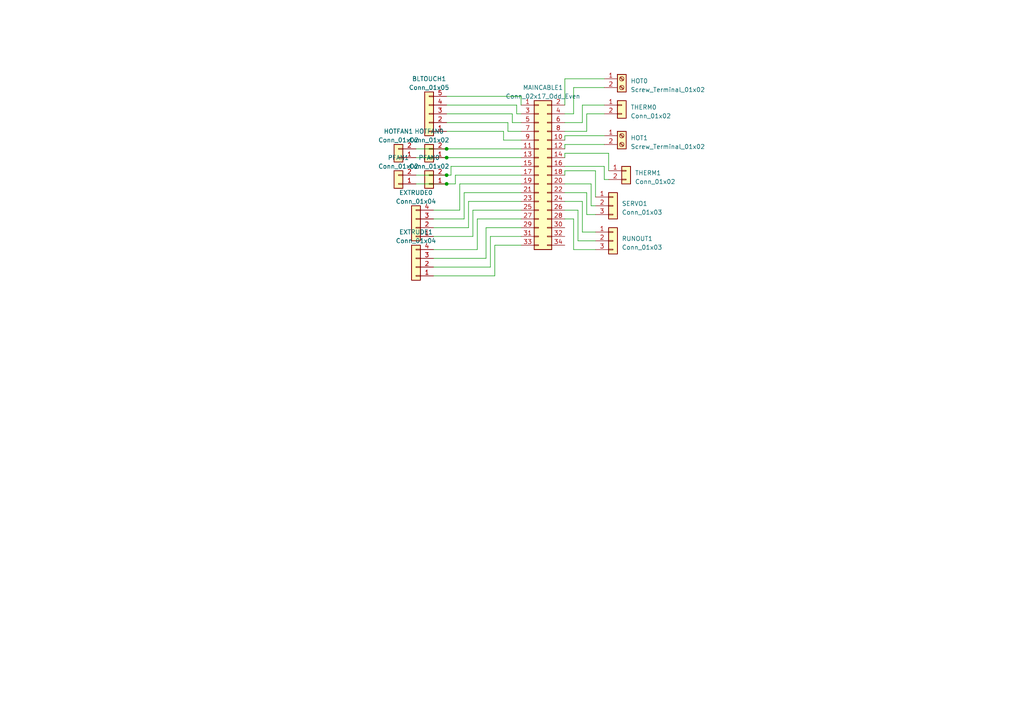
<source format=kicad_sch>
(kicad_sch (version 20230121) (generator eeschema)

  (uuid 60c5b49a-ff29-4134-9d4b-a077d4fd4c66)

  (paper "A4")

  (lib_symbols
    (symbol "Connector:Screw_Terminal_01x02" (pin_names (offset 1.016) hide) (in_bom yes) (on_board yes)
      (property "Reference" "J" (at 0 2.54 0)
        (effects (font (size 1.27 1.27)))
      )
      (property "Value" "Screw_Terminal_01x02" (at 0 -5.08 0)
        (effects (font (size 1.27 1.27)))
      )
      (property "Footprint" "" (at 0 0 0)
        (effects (font (size 1.27 1.27)) hide)
      )
      (property "Datasheet" "~" (at 0 0 0)
        (effects (font (size 1.27 1.27)) hide)
      )
      (property "ki_keywords" "screw terminal" (at 0 0 0)
        (effects (font (size 1.27 1.27)) hide)
      )
      (property "ki_description" "Generic screw terminal, single row, 01x02, script generated (kicad-library-utils/schlib/autogen/connector/)" (at 0 0 0)
        (effects (font (size 1.27 1.27)) hide)
      )
      (property "ki_fp_filters" "TerminalBlock*:*" (at 0 0 0)
        (effects (font (size 1.27 1.27)) hide)
      )
      (symbol "Screw_Terminal_01x02_1_1"
        (rectangle (start -1.27 1.27) (end 1.27 -3.81)
          (stroke (width 0.254) (type default))
          (fill (type background))
        )
        (circle (center 0 -2.54) (radius 0.635)
          (stroke (width 0.1524) (type default))
          (fill (type none))
        )
        (polyline
          (pts
            (xy -0.5334 -2.2098)
            (xy 0.3302 -3.048)
          )
          (stroke (width 0.1524) (type default))
          (fill (type none))
        )
        (polyline
          (pts
            (xy -0.5334 0.3302)
            (xy 0.3302 -0.508)
          )
          (stroke (width 0.1524) (type default))
          (fill (type none))
        )
        (polyline
          (pts
            (xy -0.3556 -2.032)
            (xy 0.508 -2.8702)
          )
          (stroke (width 0.1524) (type default))
          (fill (type none))
        )
        (polyline
          (pts
            (xy -0.3556 0.508)
            (xy 0.508 -0.3302)
          )
          (stroke (width 0.1524) (type default))
          (fill (type none))
        )
        (circle (center 0 0) (radius 0.635)
          (stroke (width 0.1524) (type default))
          (fill (type none))
        )
        (pin passive line (at -5.08 0 0) (length 3.81)
          (name "Pin_1" (effects (font (size 1.27 1.27))))
          (number "1" (effects (font (size 1.27 1.27))))
        )
        (pin passive line (at -5.08 -2.54 0) (length 3.81)
          (name "Pin_2" (effects (font (size 1.27 1.27))))
          (number "2" (effects (font (size 1.27 1.27))))
        )
      )
    )
    (symbol "Connector_Generic:Conn_01x02" (pin_names (offset 1.016) hide) (in_bom yes) (on_board yes)
      (property "Reference" "J" (at 0 2.54 0)
        (effects (font (size 1.27 1.27)))
      )
      (property "Value" "Conn_01x02" (at 0 -5.08 0)
        (effects (font (size 1.27 1.27)))
      )
      (property "Footprint" "" (at 0 0 0)
        (effects (font (size 1.27 1.27)) hide)
      )
      (property "Datasheet" "~" (at 0 0 0)
        (effects (font (size 1.27 1.27)) hide)
      )
      (property "ki_keywords" "connector" (at 0 0 0)
        (effects (font (size 1.27 1.27)) hide)
      )
      (property "ki_description" "Generic connector, single row, 01x02, script generated (kicad-library-utils/schlib/autogen/connector/)" (at 0 0 0)
        (effects (font (size 1.27 1.27)) hide)
      )
      (property "ki_fp_filters" "Connector*:*_1x??_*" (at 0 0 0)
        (effects (font (size 1.27 1.27)) hide)
      )
      (symbol "Conn_01x02_1_1"
        (rectangle (start -1.27 -2.413) (end 0 -2.667)
          (stroke (width 0.1524) (type default))
          (fill (type none))
        )
        (rectangle (start -1.27 0.127) (end 0 -0.127)
          (stroke (width 0.1524) (type default))
          (fill (type none))
        )
        (rectangle (start -1.27 1.27) (end 1.27 -3.81)
          (stroke (width 0.254) (type default))
          (fill (type background))
        )
        (pin passive line (at -5.08 0 0) (length 3.81)
          (name "Pin_1" (effects (font (size 1.27 1.27))))
          (number "1" (effects (font (size 1.27 1.27))))
        )
        (pin passive line (at -5.08 -2.54 0) (length 3.81)
          (name "Pin_2" (effects (font (size 1.27 1.27))))
          (number "2" (effects (font (size 1.27 1.27))))
        )
      )
    )
    (symbol "Connector_Generic:Conn_01x03" (pin_names (offset 1.016) hide) (in_bom yes) (on_board yes)
      (property "Reference" "J" (at 0 5.08 0)
        (effects (font (size 1.27 1.27)))
      )
      (property "Value" "Conn_01x03" (at 0 -5.08 0)
        (effects (font (size 1.27 1.27)))
      )
      (property "Footprint" "" (at 0 0 0)
        (effects (font (size 1.27 1.27)) hide)
      )
      (property "Datasheet" "~" (at 0 0 0)
        (effects (font (size 1.27 1.27)) hide)
      )
      (property "ki_keywords" "connector" (at 0 0 0)
        (effects (font (size 1.27 1.27)) hide)
      )
      (property "ki_description" "Generic connector, single row, 01x03, script generated (kicad-library-utils/schlib/autogen/connector/)" (at 0 0 0)
        (effects (font (size 1.27 1.27)) hide)
      )
      (property "ki_fp_filters" "Connector*:*_1x??_*" (at 0 0 0)
        (effects (font (size 1.27 1.27)) hide)
      )
      (symbol "Conn_01x03_1_1"
        (rectangle (start -1.27 -2.413) (end 0 -2.667)
          (stroke (width 0.1524) (type default))
          (fill (type none))
        )
        (rectangle (start -1.27 0.127) (end 0 -0.127)
          (stroke (width 0.1524) (type default))
          (fill (type none))
        )
        (rectangle (start -1.27 2.667) (end 0 2.413)
          (stroke (width 0.1524) (type default))
          (fill (type none))
        )
        (rectangle (start -1.27 3.81) (end 1.27 -3.81)
          (stroke (width 0.254) (type default))
          (fill (type background))
        )
        (pin passive line (at -5.08 2.54 0) (length 3.81)
          (name "Pin_1" (effects (font (size 1.27 1.27))))
          (number "1" (effects (font (size 1.27 1.27))))
        )
        (pin passive line (at -5.08 0 0) (length 3.81)
          (name "Pin_2" (effects (font (size 1.27 1.27))))
          (number "2" (effects (font (size 1.27 1.27))))
        )
        (pin passive line (at -5.08 -2.54 0) (length 3.81)
          (name "Pin_3" (effects (font (size 1.27 1.27))))
          (number "3" (effects (font (size 1.27 1.27))))
        )
      )
    )
    (symbol "Connector_Generic:Conn_01x04" (pin_names (offset 1.016) hide) (in_bom yes) (on_board yes)
      (property "Reference" "J" (at 0 5.08 0)
        (effects (font (size 1.27 1.27)))
      )
      (property "Value" "Conn_01x04" (at 0 -7.62 0)
        (effects (font (size 1.27 1.27)))
      )
      (property "Footprint" "" (at 0 0 0)
        (effects (font (size 1.27 1.27)) hide)
      )
      (property "Datasheet" "~" (at 0 0 0)
        (effects (font (size 1.27 1.27)) hide)
      )
      (property "ki_keywords" "connector" (at 0 0 0)
        (effects (font (size 1.27 1.27)) hide)
      )
      (property "ki_description" "Generic connector, single row, 01x04, script generated (kicad-library-utils/schlib/autogen/connector/)" (at 0 0 0)
        (effects (font (size 1.27 1.27)) hide)
      )
      (property "ki_fp_filters" "Connector*:*_1x??_*" (at 0 0 0)
        (effects (font (size 1.27 1.27)) hide)
      )
      (symbol "Conn_01x04_1_1"
        (rectangle (start -1.27 -4.953) (end 0 -5.207)
          (stroke (width 0.1524) (type default))
          (fill (type none))
        )
        (rectangle (start -1.27 -2.413) (end 0 -2.667)
          (stroke (width 0.1524) (type default))
          (fill (type none))
        )
        (rectangle (start -1.27 0.127) (end 0 -0.127)
          (stroke (width 0.1524) (type default))
          (fill (type none))
        )
        (rectangle (start -1.27 2.667) (end 0 2.413)
          (stroke (width 0.1524) (type default))
          (fill (type none))
        )
        (rectangle (start -1.27 3.81) (end 1.27 -6.35)
          (stroke (width 0.254) (type default))
          (fill (type background))
        )
        (pin passive line (at -5.08 2.54 0) (length 3.81)
          (name "Pin_1" (effects (font (size 1.27 1.27))))
          (number "1" (effects (font (size 1.27 1.27))))
        )
        (pin passive line (at -5.08 0 0) (length 3.81)
          (name "Pin_2" (effects (font (size 1.27 1.27))))
          (number "2" (effects (font (size 1.27 1.27))))
        )
        (pin passive line (at -5.08 -2.54 0) (length 3.81)
          (name "Pin_3" (effects (font (size 1.27 1.27))))
          (number "3" (effects (font (size 1.27 1.27))))
        )
        (pin passive line (at -5.08 -5.08 0) (length 3.81)
          (name "Pin_4" (effects (font (size 1.27 1.27))))
          (number "4" (effects (font (size 1.27 1.27))))
        )
      )
    )
    (symbol "Connector_Generic:Conn_01x05" (pin_names (offset 1.016) hide) (in_bom yes) (on_board yes)
      (property "Reference" "J" (at 0 7.62 0)
        (effects (font (size 1.27 1.27)))
      )
      (property "Value" "Conn_01x05" (at 0 -7.62 0)
        (effects (font (size 1.27 1.27)))
      )
      (property "Footprint" "" (at 0 0 0)
        (effects (font (size 1.27 1.27)) hide)
      )
      (property "Datasheet" "~" (at 0 0 0)
        (effects (font (size 1.27 1.27)) hide)
      )
      (property "ki_keywords" "connector" (at 0 0 0)
        (effects (font (size 1.27 1.27)) hide)
      )
      (property "ki_description" "Generic connector, single row, 01x05, script generated (kicad-library-utils/schlib/autogen/connector/)" (at 0 0 0)
        (effects (font (size 1.27 1.27)) hide)
      )
      (property "ki_fp_filters" "Connector*:*_1x??_*" (at 0 0 0)
        (effects (font (size 1.27 1.27)) hide)
      )
      (symbol "Conn_01x05_1_1"
        (rectangle (start -1.27 -4.953) (end 0 -5.207)
          (stroke (width 0.1524) (type default))
          (fill (type none))
        )
        (rectangle (start -1.27 -2.413) (end 0 -2.667)
          (stroke (width 0.1524) (type default))
          (fill (type none))
        )
        (rectangle (start -1.27 0.127) (end 0 -0.127)
          (stroke (width 0.1524) (type default))
          (fill (type none))
        )
        (rectangle (start -1.27 2.667) (end 0 2.413)
          (stroke (width 0.1524) (type default))
          (fill (type none))
        )
        (rectangle (start -1.27 5.207) (end 0 4.953)
          (stroke (width 0.1524) (type default))
          (fill (type none))
        )
        (rectangle (start -1.27 6.35) (end 1.27 -6.35)
          (stroke (width 0.254) (type default))
          (fill (type background))
        )
        (pin passive line (at -5.08 5.08 0) (length 3.81)
          (name "Pin_1" (effects (font (size 1.27 1.27))))
          (number "1" (effects (font (size 1.27 1.27))))
        )
        (pin passive line (at -5.08 2.54 0) (length 3.81)
          (name "Pin_2" (effects (font (size 1.27 1.27))))
          (number "2" (effects (font (size 1.27 1.27))))
        )
        (pin passive line (at -5.08 0 0) (length 3.81)
          (name "Pin_3" (effects (font (size 1.27 1.27))))
          (number "3" (effects (font (size 1.27 1.27))))
        )
        (pin passive line (at -5.08 -2.54 0) (length 3.81)
          (name "Pin_4" (effects (font (size 1.27 1.27))))
          (number "4" (effects (font (size 1.27 1.27))))
        )
        (pin passive line (at -5.08 -5.08 0) (length 3.81)
          (name "Pin_5" (effects (font (size 1.27 1.27))))
          (number "5" (effects (font (size 1.27 1.27))))
        )
      )
    )
    (symbol "Connector_Generic:Conn_02x17_Odd_Even" (pin_names (offset 1.016) hide) (in_bom yes) (on_board yes)
      (property "Reference" "J" (at 1.27 22.86 0)
        (effects (font (size 1.27 1.27)))
      )
      (property "Value" "Conn_02x17_Odd_Even" (at 1.27 -22.86 0)
        (effects (font (size 1.27 1.27)))
      )
      (property "Footprint" "" (at 0 0 0)
        (effects (font (size 1.27 1.27)) hide)
      )
      (property "Datasheet" "~" (at 0 0 0)
        (effects (font (size 1.27 1.27)) hide)
      )
      (property "ki_keywords" "connector" (at 0 0 0)
        (effects (font (size 1.27 1.27)) hide)
      )
      (property "ki_description" "Generic connector, double row, 02x17, odd/even pin numbering scheme (row 1 odd numbers, row 2 even numbers), script generated (kicad-library-utils/schlib/autogen/connector/)" (at 0 0 0)
        (effects (font (size 1.27 1.27)) hide)
      )
      (property "ki_fp_filters" "Connector*:*_2x??_*" (at 0 0 0)
        (effects (font (size 1.27 1.27)) hide)
      )
      (symbol "Conn_02x17_Odd_Even_1_1"
        (rectangle (start -1.27 -20.193) (end 0 -20.447)
          (stroke (width 0.1524) (type default))
          (fill (type none))
        )
        (rectangle (start -1.27 -17.653) (end 0 -17.907)
          (stroke (width 0.1524) (type default))
          (fill (type none))
        )
        (rectangle (start -1.27 -15.113) (end 0 -15.367)
          (stroke (width 0.1524) (type default))
          (fill (type none))
        )
        (rectangle (start -1.27 -12.573) (end 0 -12.827)
          (stroke (width 0.1524) (type default))
          (fill (type none))
        )
        (rectangle (start -1.27 -10.033) (end 0 -10.287)
          (stroke (width 0.1524) (type default))
          (fill (type none))
        )
        (rectangle (start -1.27 -7.493) (end 0 -7.747)
          (stroke (width 0.1524) (type default))
          (fill (type none))
        )
        (rectangle (start -1.27 -4.953) (end 0 -5.207)
          (stroke (width 0.1524) (type default))
          (fill (type none))
        )
        (rectangle (start -1.27 -2.413) (end 0 -2.667)
          (stroke (width 0.1524) (type default))
          (fill (type none))
        )
        (rectangle (start -1.27 0.127) (end 0 -0.127)
          (stroke (width 0.1524) (type default))
          (fill (type none))
        )
        (rectangle (start -1.27 2.667) (end 0 2.413)
          (stroke (width 0.1524) (type default))
          (fill (type none))
        )
        (rectangle (start -1.27 5.207) (end 0 4.953)
          (stroke (width 0.1524) (type default))
          (fill (type none))
        )
        (rectangle (start -1.27 7.747) (end 0 7.493)
          (stroke (width 0.1524) (type default))
          (fill (type none))
        )
        (rectangle (start -1.27 10.287) (end 0 10.033)
          (stroke (width 0.1524) (type default))
          (fill (type none))
        )
        (rectangle (start -1.27 12.827) (end 0 12.573)
          (stroke (width 0.1524) (type default))
          (fill (type none))
        )
        (rectangle (start -1.27 15.367) (end 0 15.113)
          (stroke (width 0.1524) (type default))
          (fill (type none))
        )
        (rectangle (start -1.27 17.907) (end 0 17.653)
          (stroke (width 0.1524) (type default))
          (fill (type none))
        )
        (rectangle (start -1.27 20.447) (end 0 20.193)
          (stroke (width 0.1524) (type default))
          (fill (type none))
        )
        (rectangle (start -1.27 21.59) (end 3.81 -21.59)
          (stroke (width 0.254) (type default))
          (fill (type background))
        )
        (rectangle (start 3.81 -20.193) (end 2.54 -20.447)
          (stroke (width 0.1524) (type default))
          (fill (type none))
        )
        (rectangle (start 3.81 -17.653) (end 2.54 -17.907)
          (stroke (width 0.1524) (type default))
          (fill (type none))
        )
        (rectangle (start 3.81 -15.113) (end 2.54 -15.367)
          (stroke (width 0.1524) (type default))
          (fill (type none))
        )
        (rectangle (start 3.81 -12.573) (end 2.54 -12.827)
          (stroke (width 0.1524) (type default))
          (fill (type none))
        )
        (rectangle (start 3.81 -10.033) (end 2.54 -10.287)
          (stroke (width 0.1524) (type default))
          (fill (type none))
        )
        (rectangle (start 3.81 -7.493) (end 2.54 -7.747)
          (stroke (width 0.1524) (type default))
          (fill (type none))
        )
        (rectangle (start 3.81 -4.953) (end 2.54 -5.207)
          (stroke (width 0.1524) (type default))
          (fill (type none))
        )
        (rectangle (start 3.81 -2.413) (end 2.54 -2.667)
          (stroke (width 0.1524) (type default))
          (fill (type none))
        )
        (rectangle (start 3.81 0.127) (end 2.54 -0.127)
          (stroke (width 0.1524) (type default))
          (fill (type none))
        )
        (rectangle (start 3.81 2.667) (end 2.54 2.413)
          (stroke (width 0.1524) (type default))
          (fill (type none))
        )
        (rectangle (start 3.81 5.207) (end 2.54 4.953)
          (stroke (width 0.1524) (type default))
          (fill (type none))
        )
        (rectangle (start 3.81 7.747) (end 2.54 7.493)
          (stroke (width 0.1524) (type default))
          (fill (type none))
        )
        (rectangle (start 3.81 10.287) (end 2.54 10.033)
          (stroke (width 0.1524) (type default))
          (fill (type none))
        )
        (rectangle (start 3.81 12.827) (end 2.54 12.573)
          (stroke (width 0.1524) (type default))
          (fill (type none))
        )
        (rectangle (start 3.81 15.367) (end 2.54 15.113)
          (stroke (width 0.1524) (type default))
          (fill (type none))
        )
        (rectangle (start 3.81 17.907) (end 2.54 17.653)
          (stroke (width 0.1524) (type default))
          (fill (type none))
        )
        (rectangle (start 3.81 20.447) (end 2.54 20.193)
          (stroke (width 0.1524) (type default))
          (fill (type none))
        )
        (pin passive line (at -5.08 20.32 0) (length 3.81)
          (name "Pin_1" (effects (font (size 1.27 1.27))))
          (number "1" (effects (font (size 1.27 1.27))))
        )
        (pin passive line (at 7.62 10.16 180) (length 3.81)
          (name "Pin_10" (effects (font (size 1.27 1.27))))
          (number "10" (effects (font (size 1.27 1.27))))
        )
        (pin passive line (at -5.08 7.62 0) (length 3.81)
          (name "Pin_11" (effects (font (size 1.27 1.27))))
          (number "11" (effects (font (size 1.27 1.27))))
        )
        (pin passive line (at 7.62 7.62 180) (length 3.81)
          (name "Pin_12" (effects (font (size 1.27 1.27))))
          (number "12" (effects (font (size 1.27 1.27))))
        )
        (pin passive line (at -5.08 5.08 0) (length 3.81)
          (name "Pin_13" (effects (font (size 1.27 1.27))))
          (number "13" (effects (font (size 1.27 1.27))))
        )
        (pin passive line (at 7.62 5.08 180) (length 3.81)
          (name "Pin_14" (effects (font (size 1.27 1.27))))
          (number "14" (effects (font (size 1.27 1.27))))
        )
        (pin passive line (at -5.08 2.54 0) (length 3.81)
          (name "Pin_15" (effects (font (size 1.27 1.27))))
          (number "15" (effects (font (size 1.27 1.27))))
        )
        (pin passive line (at 7.62 2.54 180) (length 3.81)
          (name "Pin_16" (effects (font (size 1.27 1.27))))
          (number "16" (effects (font (size 1.27 1.27))))
        )
        (pin passive line (at -5.08 0 0) (length 3.81)
          (name "Pin_17" (effects (font (size 1.27 1.27))))
          (number "17" (effects (font (size 1.27 1.27))))
        )
        (pin passive line (at 7.62 0 180) (length 3.81)
          (name "Pin_18" (effects (font (size 1.27 1.27))))
          (number "18" (effects (font (size 1.27 1.27))))
        )
        (pin passive line (at -5.08 -2.54 0) (length 3.81)
          (name "Pin_19" (effects (font (size 1.27 1.27))))
          (number "19" (effects (font (size 1.27 1.27))))
        )
        (pin passive line (at 7.62 20.32 180) (length 3.81)
          (name "Pin_2" (effects (font (size 1.27 1.27))))
          (number "2" (effects (font (size 1.27 1.27))))
        )
        (pin passive line (at 7.62 -2.54 180) (length 3.81)
          (name "Pin_20" (effects (font (size 1.27 1.27))))
          (number "20" (effects (font (size 1.27 1.27))))
        )
        (pin passive line (at -5.08 -5.08 0) (length 3.81)
          (name "Pin_21" (effects (font (size 1.27 1.27))))
          (number "21" (effects (font (size 1.27 1.27))))
        )
        (pin passive line (at 7.62 -5.08 180) (length 3.81)
          (name "Pin_22" (effects (font (size 1.27 1.27))))
          (number "22" (effects (font (size 1.27 1.27))))
        )
        (pin passive line (at -5.08 -7.62 0) (length 3.81)
          (name "Pin_23" (effects (font (size 1.27 1.27))))
          (number "23" (effects (font (size 1.27 1.27))))
        )
        (pin passive line (at 7.62 -7.62 180) (length 3.81)
          (name "Pin_24" (effects (font (size 1.27 1.27))))
          (number "24" (effects (font (size 1.27 1.27))))
        )
        (pin passive line (at -5.08 -10.16 0) (length 3.81)
          (name "Pin_25" (effects (font (size 1.27 1.27))))
          (number "25" (effects (font (size 1.27 1.27))))
        )
        (pin passive line (at 7.62 -10.16 180) (length 3.81)
          (name "Pin_26" (effects (font (size 1.27 1.27))))
          (number "26" (effects (font (size 1.27 1.27))))
        )
        (pin passive line (at -5.08 -12.7 0) (length 3.81)
          (name "Pin_27" (effects (font (size 1.27 1.27))))
          (number "27" (effects (font (size 1.27 1.27))))
        )
        (pin passive line (at 7.62 -12.7 180) (length 3.81)
          (name "Pin_28" (effects (font (size 1.27 1.27))))
          (number "28" (effects (font (size 1.27 1.27))))
        )
        (pin passive line (at -5.08 -15.24 0) (length 3.81)
          (name "Pin_29" (effects (font (size 1.27 1.27))))
          (number "29" (effects (font (size 1.27 1.27))))
        )
        (pin passive line (at -5.08 17.78 0) (length 3.81)
          (name "Pin_3" (effects (font (size 1.27 1.27))))
          (number "3" (effects (font (size 1.27 1.27))))
        )
        (pin passive line (at 7.62 -15.24 180) (length 3.81)
          (name "Pin_30" (effects (font (size 1.27 1.27))))
          (number "30" (effects (font (size 1.27 1.27))))
        )
        (pin passive line (at -5.08 -17.78 0) (length 3.81)
          (name "Pin_31" (effects (font (size 1.27 1.27))))
          (number "31" (effects (font (size 1.27 1.27))))
        )
        (pin passive line (at 7.62 -17.78 180) (length 3.81)
          (name "Pin_32" (effects (font (size 1.27 1.27))))
          (number "32" (effects (font (size 1.27 1.27))))
        )
        (pin passive line (at -5.08 -20.32 0) (length 3.81)
          (name "Pin_33" (effects (font (size 1.27 1.27))))
          (number "33" (effects (font (size 1.27 1.27))))
        )
        (pin passive line (at 7.62 -20.32 180) (length 3.81)
          (name "Pin_34" (effects (font (size 1.27 1.27))))
          (number "34" (effects (font (size 1.27 1.27))))
        )
        (pin passive line (at 7.62 17.78 180) (length 3.81)
          (name "Pin_4" (effects (font (size 1.27 1.27))))
          (number "4" (effects (font (size 1.27 1.27))))
        )
        (pin passive line (at -5.08 15.24 0) (length 3.81)
          (name "Pin_5" (effects (font (size 1.27 1.27))))
          (number "5" (effects (font (size 1.27 1.27))))
        )
        (pin passive line (at 7.62 15.24 180) (length 3.81)
          (name "Pin_6" (effects (font (size 1.27 1.27))))
          (number "6" (effects (font (size 1.27 1.27))))
        )
        (pin passive line (at -5.08 12.7 0) (length 3.81)
          (name "Pin_7" (effects (font (size 1.27 1.27))))
          (number "7" (effects (font (size 1.27 1.27))))
        )
        (pin passive line (at 7.62 12.7 180) (length 3.81)
          (name "Pin_8" (effects (font (size 1.27 1.27))))
          (number "8" (effects (font (size 1.27 1.27))))
        )
        (pin passive line (at -5.08 10.16 0) (length 3.81)
          (name "Pin_9" (effects (font (size 1.27 1.27))))
          (number "9" (effects (font (size 1.27 1.27))))
        )
      )
    )
  )

  (junction (at 129.54 50.8) (diameter 0) (color 0 0 0 0)
    (uuid 06e32de3-0d9f-4eb7-b6ed-8a9efc2cac52)
  )
  (junction (at 129.54 43.18) (diameter 0) (color 0 0 0 0)
    (uuid 79e30930-1710-4936-bb7b-38c18ca484cb)
  )
  (junction (at 129.54 45.72) (diameter 0) (color 0 0 0 0)
    (uuid 9f47ae12-4102-4955-ba6b-a0e65c526983)
  )
  (junction (at 129.54 53.34) (diameter 0) (color 0 0 0 0)
    (uuid a4dbb68d-7374-460d-8505-d5e80d3e9827)
  )

  (wire (pts (xy 170.18 55.88) (xy 163.83 55.88))
    (stroke (width 0) (type default))
    (uuid 0293c4cc-1127-45fa-b2d9-7c3c93a5dc2b)
  )
  (wire (pts (xy 149.86 33.02) (xy 151.13 33.02))
    (stroke (width 0) (type default))
    (uuid 030d5213-249b-467d-9ef7-5ab08f8debcf)
  )
  (wire (pts (xy 171.45 53.34) (xy 163.83 53.34))
    (stroke (width 0) (type default))
    (uuid 05c87abb-0375-4a22-96dd-2181de6387a7)
  )
  (wire (pts (xy 166.37 63.5) (xy 163.83 63.5))
    (stroke (width 0) (type default))
    (uuid 08d8ac3d-3168-4d43-b1bb-32e9bd9c6c6a)
  )
  (wire (pts (xy 167.64 60.96) (xy 163.83 60.96))
    (stroke (width 0) (type default))
    (uuid 08fa90be-a7d7-4fc0-8883-e5cd5890bd06)
  )
  (wire (pts (xy 142.24 77.47) (xy 142.24 68.58))
    (stroke (width 0) (type default))
    (uuid 0bd4f195-6829-4589-a499-8b51242ef529)
  )
  (wire (pts (xy 147.32 38.1) (xy 151.13 38.1))
    (stroke (width 0) (type default))
    (uuid 0de8d234-3edf-4816-8903-2256b49dbb41)
  )
  (wire (pts (xy 176.53 49.53) (xy 176.53 44.45))
    (stroke (width 0) (type default))
    (uuid 0e2c3530-24e6-436a-97ba-4e9077218d2b)
  )
  (wire (pts (xy 168.91 35.56) (xy 163.83 35.56))
    (stroke (width 0) (type default))
    (uuid 142e1d90-4bba-4e2f-8d16-2317754fe6d1)
  )
  (wire (pts (xy 135.89 58.42) (xy 151.13 58.42))
    (stroke (width 0) (type default))
    (uuid 15be066e-845a-4a46-bd3a-ed295edefb65)
  )
  (wire (pts (xy 176.53 52.07) (xy 175.26 52.07))
    (stroke (width 0) (type default))
    (uuid 17486a45-3a82-463e-91aa-b82d8a591b47)
  )
  (wire (pts (xy 168.91 67.31) (xy 168.91 58.42))
    (stroke (width 0) (type default))
    (uuid 1c4f41f9-a959-492d-884a-0e9ecafd70b9)
  )
  (wire (pts (xy 172.72 57.15) (xy 172.72 49.53))
    (stroke (width 0) (type default))
    (uuid 1db8a20e-922f-4b99-b3f1-75f2b854795a)
  )
  (wire (pts (xy 151.13 27.94) (xy 151.13 30.48))
    (stroke (width 0) (type default))
    (uuid 242c9ee4-5e9c-4ca4-8205-ca5f97931fa1)
  )
  (wire (pts (xy 172.72 62.23) (xy 170.18 62.23))
    (stroke (width 0) (type default))
    (uuid 2567a503-5142-4e66-b5a7-d2c1f0541c6f)
  )
  (wire (pts (xy 132.08 50.8) (xy 151.13 50.8))
    (stroke (width 0) (type default))
    (uuid 2ed0f416-6754-4448-ac85-03b6e21b4724)
  )
  (wire (pts (xy 172.72 72.39) (xy 166.37 72.39))
    (stroke (width 0) (type default))
    (uuid 30428b16-d4cc-42d4-86d2-338e143ed45d)
  )
  (wire (pts (xy 125.73 80.01) (xy 143.51 80.01))
    (stroke (width 0) (type default))
    (uuid 3080e877-c845-43f2-8f56-79e897cd4b68)
  )
  (wire (pts (xy 138.43 72.39) (xy 138.43 63.5))
    (stroke (width 0) (type default))
    (uuid 3773dd2d-5fb1-44d0-a2f2-13e26b344915)
  )
  (wire (pts (xy 129.54 35.56) (xy 147.32 35.56))
    (stroke (width 0) (type default))
    (uuid 3819a279-8b76-4452-ba10-612e28ae844b)
  )
  (wire (pts (xy 175.26 48.26) (xy 163.83 48.26))
    (stroke (width 0) (type default))
    (uuid 3a14b137-9d52-4cd4-aed3-9e407f76401b)
  )
  (wire (pts (xy 148.59 33.02) (xy 148.59 35.56))
    (stroke (width 0) (type default))
    (uuid 3ac686ed-7cf6-46da-b4d2-1d0e55be02af)
  )
  (wire (pts (xy 133.35 60.96) (xy 133.35 53.34))
    (stroke (width 0) (type default))
    (uuid 3ee3ed42-8613-4181-b7ef-72766e687315)
  )
  (wire (pts (xy 172.72 59.69) (xy 171.45 59.69))
    (stroke (width 0) (type default))
    (uuid 47367eb2-2702-4e0b-9906-40ac01d42dda)
  )
  (wire (pts (xy 135.89 66.04) (xy 135.89 58.42))
    (stroke (width 0) (type default))
    (uuid 486ad0f7-6c3e-4cce-a103-5f279ed768f5)
  )
  (wire (pts (xy 170.18 38.1) (xy 163.83 38.1))
    (stroke (width 0) (type default))
    (uuid 488fead2-574f-47be-9b82-5e25bb119cc2)
  )
  (wire (pts (xy 138.43 63.5) (xy 151.13 63.5))
    (stroke (width 0) (type default))
    (uuid 4905a01d-c7a1-47dc-b51f-1b664c93d7b5)
  )
  (wire (pts (xy 163.83 41.91) (xy 163.83 43.18))
    (stroke (width 0) (type default))
    (uuid 492ca02b-dbec-4561-9f59-636e3098265b)
  )
  (wire (pts (xy 143.51 80.01) (xy 143.51 71.12))
    (stroke (width 0) (type default))
    (uuid 4ba6db0c-0c27-47df-ba41-72b985a6051d)
  )
  (wire (pts (xy 125.73 68.58) (xy 137.16 68.58))
    (stroke (width 0) (type default))
    (uuid 4de443bb-1940-4550-bacd-14d6aa203202)
  )
  (wire (pts (xy 175.26 52.07) (xy 175.26 48.26))
    (stroke (width 0) (type default))
    (uuid 510c0e7c-82d5-4ea9-92f6-06b70a289ede)
  )
  (wire (pts (xy 175.26 41.91) (xy 163.83 41.91))
    (stroke (width 0) (type default))
    (uuid 5c84aa87-0771-4148-9881-1e5e01c0f6ac)
  )
  (wire (pts (xy 125.73 63.5) (xy 134.62 63.5))
    (stroke (width 0) (type default))
    (uuid 605fc1c4-f588-416c-abdd-8d4d13fff433)
  )
  (wire (pts (xy 125.73 66.04) (xy 135.89 66.04))
    (stroke (width 0) (type default))
    (uuid 60b971e0-7a11-42b3-9824-971624a42171)
  )
  (wire (pts (xy 170.18 62.23) (xy 170.18 55.88))
    (stroke (width 0) (type default))
    (uuid 620da8c8-43a8-4dca-8517-dbb7a6f97f3e)
  )
  (wire (pts (xy 129.54 43.18) (xy 151.13 43.18))
    (stroke (width 0) (type default))
    (uuid 63e06582-3b00-40b4-883b-500ca6f7f9dc)
  )
  (wire (pts (xy 120.65 53.34) (xy 129.54 53.34))
    (stroke (width 0) (type default))
    (uuid 65bcc00f-bca5-4180-82e1-019e03da7c75)
  )
  (wire (pts (xy 163.83 44.45) (xy 163.83 45.72))
    (stroke (width 0) (type default))
    (uuid 66a62e9f-9925-428b-9038-b9ca2d4d7bf7)
  )
  (wire (pts (xy 120.65 50.8) (xy 129.54 50.8))
    (stroke (width 0) (type default))
    (uuid 67d7a2d7-c423-44db-adf3-eac4dd7cf3b1)
  )
  (wire (pts (xy 129.54 45.72) (xy 151.13 45.72))
    (stroke (width 0) (type default))
    (uuid 6a44c195-bba6-4352-9324-61d9bb92df39)
  )
  (wire (pts (xy 172.72 67.31) (xy 168.91 67.31))
    (stroke (width 0) (type default))
    (uuid 6d95f5a1-4a86-4367-9f36-a5a477bba6ad)
  )
  (wire (pts (xy 168.91 30.48) (xy 168.91 35.56))
    (stroke (width 0) (type default))
    (uuid 72b07c03-23e4-4474-93b3-f3a4e89f2e8b)
  )
  (wire (pts (xy 125.73 60.96) (xy 133.35 60.96))
    (stroke (width 0) (type default))
    (uuid 73cc1ac4-d3a1-44e3-9498-653fbb572470)
  )
  (wire (pts (xy 132.08 53.34) (xy 132.08 50.8))
    (stroke (width 0) (type default))
    (uuid 74234b32-f0f8-4abf-a598-d48b5352f69c)
  )
  (wire (pts (xy 130.81 50.8) (xy 130.81 48.26))
    (stroke (width 0) (type default))
    (uuid 809b8a0c-dfc6-4a15-ad0d-426c4bd8f12a)
  )
  (wire (pts (xy 120.65 45.72) (xy 129.54 45.72))
    (stroke (width 0) (type default))
    (uuid 827892ad-57f2-408a-ba23-1e78fc574bd3)
  )
  (wire (pts (xy 142.24 68.58) (xy 151.13 68.58))
    (stroke (width 0) (type default))
    (uuid 84fb2255-e2eb-4a9b-bf41-adcd705974df)
  )
  (wire (pts (xy 130.81 48.26) (xy 151.13 48.26))
    (stroke (width 0) (type default))
    (uuid 869688b6-9628-4c52-92b7-90dabd2bc2f7)
  )
  (wire (pts (xy 137.16 68.58) (xy 137.16 60.96))
    (stroke (width 0) (type default))
    (uuid 8fbaa405-31db-4537-8b55-badcade5a852)
  )
  (wire (pts (xy 163.83 39.37) (xy 163.83 40.64))
    (stroke (width 0) (type default))
    (uuid 9160af06-c3ab-4719-827a-b75326f3d2d7)
  )
  (wire (pts (xy 175.26 30.48) (xy 168.91 30.48))
    (stroke (width 0) (type default))
    (uuid 91dbdb98-3a9e-43e6-b8a2-877a4d4af720)
  )
  (wire (pts (xy 166.37 25.4) (xy 166.37 33.02))
    (stroke (width 0) (type default))
    (uuid 94cba296-43db-4eb1-9056-f29da7a80fe5)
  )
  (wire (pts (xy 175.26 22.86) (xy 163.83 22.86))
    (stroke (width 0) (type default))
    (uuid 98cdeb26-2dd3-45f2-8006-c60514b1c5e3)
  )
  (wire (pts (xy 125.73 77.47) (xy 142.24 77.47))
    (stroke (width 0) (type default))
    (uuid a29bbe82-4330-4421-a7c8-a0fa22512d3f)
  )
  (wire (pts (xy 133.35 53.34) (xy 151.13 53.34))
    (stroke (width 0) (type default))
    (uuid a4989e67-1f08-4192-b9b9-5685a87bbe4e)
  )
  (wire (pts (xy 172.72 49.53) (xy 163.83 49.53))
    (stroke (width 0) (type default))
    (uuid a74db4b8-c41c-4996-bd79-732029d19174)
  )
  (wire (pts (xy 129.54 53.34) (xy 132.08 53.34))
    (stroke (width 0) (type default))
    (uuid a82092b3-f5e6-4d52-a7ab-66a8b667901e)
  )
  (wire (pts (xy 172.72 69.85) (xy 167.64 69.85))
    (stroke (width 0) (type default))
    (uuid a915b223-f0e4-487b-b0b1-3597b3e2b191)
  )
  (wire (pts (xy 149.86 30.48) (xy 149.86 33.02))
    (stroke (width 0) (type default))
    (uuid aa5a1eca-98a6-430d-998d-32df21ac651e)
  )
  (wire (pts (xy 134.62 63.5) (xy 134.62 55.88))
    (stroke (width 0) (type default))
    (uuid acf1ccf1-4b43-471e-852b-d613b279a617)
  )
  (wire (pts (xy 140.97 66.04) (xy 151.13 66.04))
    (stroke (width 0) (type default))
    (uuid b0ab7f36-b4da-490c-9768-52dfc318fc2f)
  )
  (wire (pts (xy 147.32 35.56) (xy 147.32 38.1))
    (stroke (width 0) (type default))
    (uuid b41c6424-7d69-415f-a1d4-66f7968c87a8)
  )
  (wire (pts (xy 137.16 60.96) (xy 151.13 60.96))
    (stroke (width 0) (type default))
    (uuid b4660dac-2612-419b-8be2-900d101dc00f)
  )
  (wire (pts (xy 146.05 38.1) (xy 146.05 40.64))
    (stroke (width 0) (type default))
    (uuid b5a9b0ee-a932-4954-93a8-a95fcd089ed5)
  )
  (wire (pts (xy 175.26 33.02) (xy 170.18 33.02))
    (stroke (width 0) (type default))
    (uuid b80a0d22-a037-4e25-b6d8-81321563835f)
  )
  (wire (pts (xy 175.26 25.4) (xy 166.37 25.4))
    (stroke (width 0) (type default))
    (uuid bafff750-780c-43a3-862d-42b575e86bd2)
  )
  (wire (pts (xy 163.83 22.86) (xy 163.83 30.48))
    (stroke (width 0) (type default))
    (uuid c5e9bf8a-fe20-44bc-805a-5e78f3bd52bd)
  )
  (wire (pts (xy 129.54 50.8) (xy 130.81 50.8))
    (stroke (width 0) (type default))
    (uuid c6358373-2e3f-44df-b428-209004fa0290)
  )
  (wire (pts (xy 170.18 33.02) (xy 170.18 38.1))
    (stroke (width 0) (type default))
    (uuid c6705768-f5ff-4c40-9ffb-fc7cbc5b7918)
  )
  (wire (pts (xy 140.97 74.93) (xy 140.97 66.04))
    (stroke (width 0) (type default))
    (uuid c6dee35f-3f64-4ab0-a7a0-2e494c0d63cc)
  )
  (wire (pts (xy 168.91 58.42) (xy 163.83 58.42))
    (stroke (width 0) (type default))
    (uuid cd033a36-db76-464a-9c4f-211533b4a741)
  )
  (wire (pts (xy 176.53 44.45) (xy 163.83 44.45))
    (stroke (width 0) (type default))
    (uuid cf1099d4-57ca-43aa-b1be-440da0180c89)
  )
  (wire (pts (xy 167.64 69.85) (xy 167.64 60.96))
    (stroke (width 0) (type default))
    (uuid d105e323-1fcb-4fe3-98eb-245bab162ee4)
  )
  (wire (pts (xy 166.37 72.39) (xy 166.37 63.5))
    (stroke (width 0) (type default))
    (uuid d154d43d-a16e-408d-9715-58032e9da404)
  )
  (wire (pts (xy 134.62 55.88) (xy 151.13 55.88))
    (stroke (width 0) (type default))
    (uuid d3b3bab2-d14e-4844-ba0d-d062d927ec6e)
  )
  (wire (pts (xy 129.54 38.1) (xy 146.05 38.1))
    (stroke (width 0) (type default))
    (uuid d922434a-cdb6-4430-8c39-bd8466c8e922)
  )
  (wire (pts (xy 143.51 71.12) (xy 151.13 71.12))
    (stroke (width 0) (type default))
    (uuid dd90e7f1-13fe-4af2-ba2b-686279309e77)
  )
  (wire (pts (xy 163.83 49.53) (xy 163.83 50.8))
    (stroke (width 0) (type default))
    (uuid de804ca1-8179-49e8-ad6b-73e580fb0b86)
  )
  (wire (pts (xy 148.59 35.56) (xy 151.13 35.56))
    (stroke (width 0) (type default))
    (uuid df35f514-88fd-47eb-8ae2-2f13a0e67b33)
  )
  (wire (pts (xy 171.45 59.69) (xy 171.45 53.34))
    (stroke (width 0) (type default))
    (uuid e23f471e-d83b-4a43-bca3-c7319f742ccd)
  )
  (wire (pts (xy 129.54 33.02) (xy 148.59 33.02))
    (stroke (width 0) (type default))
    (uuid e9c5cffb-e66e-4cd4-8abb-6290dee6aef0)
  )
  (wire (pts (xy 146.05 40.64) (xy 151.13 40.64))
    (stroke (width 0) (type default))
    (uuid ef59dd19-7b71-4a29-9beb-40514e094d7e)
  )
  (wire (pts (xy 166.37 33.02) (xy 163.83 33.02))
    (stroke (width 0) (type default))
    (uuid f0cda7c0-0879-4eec-b49e-bbb54e0ee3f1)
  )
  (wire (pts (xy 120.65 43.18) (xy 129.54 43.18))
    (stroke (width 0) (type default))
    (uuid f305577b-eb7b-4928-88fc-66802c37d2a9)
  )
  (wire (pts (xy 129.54 27.94) (xy 151.13 27.94))
    (stroke (width 0) (type default))
    (uuid f55e9a41-cb62-4aea-8fb9-b3aab0b30cab)
  )
  (wire (pts (xy 125.73 74.93) (xy 140.97 74.93))
    (stroke (width 0) (type default))
    (uuid f6dd0a6c-d217-43f9-824f-e208b5ed09d1)
  )
  (wire (pts (xy 129.54 30.48) (xy 149.86 30.48))
    (stroke (width 0) (type default))
    (uuid f8b47be9-07ea-44af-a356-b2de4a4c492a)
  )
  (wire (pts (xy 175.26 39.37) (xy 163.83 39.37))
    (stroke (width 0) (type default))
    (uuid fd4f6695-d9f1-4ff6-97bb-07fc55dda0eb)
  )
  (wire (pts (xy 125.73 72.39) (xy 138.43 72.39))
    (stroke (width 0) (type default))
    (uuid fd7e656e-c2c9-4139-8547-f52b9e020f62)
  )

  (symbol (lib_id "Connector_Generic:Conn_01x02") (at 180.34 30.48 0) (unit 1)
    (in_bom yes) (on_board yes) (dnp no) (fields_autoplaced)
    (uuid 0e9dfd67-0dc9-4a77-a2ae-f9eff84b02ce)
    (property "Reference" "THERM0" (at 182.88 31.115 0)
      (effects (font (size 1.27 1.27)) (justify left))
    )
    (property "Value" "Conn_01x02" (at 182.88 33.655 0)
      (effects (font (size 1.27 1.27)) (justify left))
    )
    (property "Footprint" "Connector_JST:JST_XH_B2B-XH-AM_1x02_P2.50mm_Vertical" (at 180.34 30.48 0)
      (effects (font (size 1.27 1.27)) hide)
    )
    (property "Datasheet" "~" (at 180.34 30.48 0)
      (effects (font (size 1.27 1.27)) hide)
    )
    (pin "1" (uuid 7634b93c-7361-4073-b814-2ceab64df2f9))
    (pin "2" (uuid 54a5b8c1-fc83-4e70-9217-8a6af120df9c))
    (instances
      (project "bonkoutmax"
        (path "/60c5b49a-ff29-4134-9d4b-a077d4fd4c66"
          (reference "THERM0") (unit 1)
        )
      )
    )
  )

  (symbol (lib_id "Connector_Generic:Conn_01x02") (at 115.57 45.72 180) (unit 1)
    (in_bom yes) (on_board yes) (dnp no) (fields_autoplaced)
    (uuid 1bdea21a-89d4-488c-b76a-9f5b420e5d00)
    (property "Reference" "HOTFAN1" (at 115.57 38.1 0)
      (effects (font (size 1.27 1.27)))
    )
    (property "Value" "Conn_01x02" (at 115.57 40.64 0)
      (effects (font (size 1.27 1.27)))
    )
    (property "Footprint" "Connector_JST:JST_XH_B2B-XH-AM_1x02_P2.50mm_Vertical" (at 115.57 45.72 0)
      (effects (font (size 1.27 1.27)) hide)
    )
    (property "Datasheet" "~" (at 115.57 45.72 0)
      (effects (font (size 1.27 1.27)) hide)
    )
    (pin "1" (uuid 7ee41e75-db71-4feb-a360-b0ae49aaa185))
    (pin "2" (uuid 79146342-0776-4962-9517-32b2717fae8c))
    (instances
      (project "bonkoutmax"
        (path "/60c5b49a-ff29-4134-9d4b-a077d4fd4c66"
          (reference "HOTFAN1") (unit 1)
        )
      )
    )
  )

  (symbol (lib_id "Connector_Generic:Conn_01x05") (at 124.46 33.02 180) (unit 1)
    (in_bom yes) (on_board yes) (dnp no) (fields_autoplaced)
    (uuid 25d4b36c-1fd2-4940-8e31-bfb0f4e5cd95)
    (property "Reference" "BLTOUCH1" (at 124.46 22.86 0)
      (effects (font (size 1.27 1.27)))
    )
    (property "Value" "Conn_01x05" (at 124.46 25.4 0)
      (effects (font (size 1.27 1.27)))
    )
    (property "Footprint" "Connector_JST:JST_XH_B5B-XH-AM_1x05_P2.50mm_Vertical" (at 124.46 33.02 0)
      (effects (font (size 1.27 1.27)) hide)
    )
    (property "Datasheet" "~" (at 124.46 33.02 0)
      (effects (font (size 1.27 1.27)) hide)
    )
    (pin "1" (uuid 02bcb521-92a5-49b7-af84-1830d9882d5f))
    (pin "2" (uuid 0f0093c8-0c8c-4d8d-a98c-4f105fc2fe78))
    (pin "3" (uuid ae32a306-a372-45d6-b6f9-1982dea62b8c))
    (pin "4" (uuid 76192380-4501-41c3-b67a-0c65f35003cc))
    (pin "5" (uuid e4af89f5-57c4-4eea-ac3f-372342cfc7b6))
    (instances
      (project "bonkoutmax"
        (path "/60c5b49a-ff29-4134-9d4b-a077d4fd4c66"
          (reference "BLTOUCH1") (unit 1)
        )
      )
    )
  )

  (symbol (lib_id "Connector_Generic:Conn_01x02") (at 124.46 53.34 180) (unit 1)
    (in_bom yes) (on_board yes) (dnp no) (fields_autoplaced)
    (uuid 37d68098-6eff-4abb-a666-85d10166e17e)
    (property "Reference" "PFAN0" (at 124.46 45.72 0)
      (effects (font (size 1.27 1.27)))
    )
    (property "Value" "Conn_01x02" (at 124.46 48.26 0)
      (effects (font (size 1.27 1.27)))
    )
    (property "Footprint" "Connector_JST:JST_XH_B2B-XH-AM_1x02_P2.50mm_Vertical" (at 124.46 53.34 0)
      (effects (font (size 1.27 1.27)) hide)
    )
    (property "Datasheet" "~" (at 124.46 53.34 0)
      (effects (font (size 1.27 1.27)) hide)
    )
    (pin "1" (uuid be59d9be-02fa-491a-a311-f00744d3bd96))
    (pin "2" (uuid f816d555-25f4-4237-b9bf-e7927700770f))
    (instances
      (project "bonkoutmax"
        (path "/60c5b49a-ff29-4134-9d4b-a077d4fd4c66"
          (reference "PFAN0") (unit 1)
        )
      )
    )
  )

  (symbol (lib_id "Connector:Screw_Terminal_01x02") (at 180.34 39.37 0) (unit 1)
    (in_bom yes) (on_board yes) (dnp no) (fields_autoplaced)
    (uuid 6e753b7f-4f0c-4a43-9b25-c64b88da8eb4)
    (property "Reference" "HOT1" (at 182.88 40.005 0)
      (effects (font (size 1.27 1.27)) (justify left))
    )
    (property "Value" "Screw_Terminal_01x02" (at 182.88 42.545 0)
      (effects (font (size 1.27 1.27)) (justify left))
    )
    (property "Footprint" "TerminalBlock_Phoenix:TerminalBlock_Phoenix_PT-1,5-2-3.5-H_1x02_P3.50mm_Horizontal" (at 180.34 39.37 0)
      (effects (font (size 1.27 1.27)) hide)
    )
    (property "Datasheet" "~" (at 180.34 39.37 0)
      (effects (font (size 1.27 1.27)) hide)
    )
    (pin "1" (uuid 1a028bc5-d52b-40a2-8406-e172bda53486))
    (pin "2" (uuid b6c51d1b-56ec-4ab5-ab34-5f959c45c152))
    (instances
      (project "bonkoutmax"
        (path "/60c5b49a-ff29-4134-9d4b-a077d4fd4c66"
          (reference "HOT1") (unit 1)
        )
      )
    )
  )

  (symbol (lib_id "Connector_Generic:Conn_01x02") (at 181.61 49.53 0) (unit 1)
    (in_bom yes) (on_board yes) (dnp no) (fields_autoplaced)
    (uuid 7bebef91-e115-489f-9ede-e743010e2d13)
    (property "Reference" "THERM1" (at 184.15 50.165 0)
      (effects (font (size 1.27 1.27)) (justify left))
    )
    (property "Value" "Conn_01x02" (at 184.15 52.705 0)
      (effects (font (size 1.27 1.27)) (justify left))
    )
    (property "Footprint" "Connector_JST:JST_XH_B2B-XH-AM_1x02_P2.50mm_Vertical" (at 181.61 49.53 0)
      (effects (font (size 1.27 1.27)) hide)
    )
    (property "Datasheet" "~" (at 181.61 49.53 0)
      (effects (font (size 1.27 1.27)) hide)
    )
    (pin "1" (uuid a58bb9ab-9b33-4ac1-805e-fffb6059e07a))
    (pin "2" (uuid 440084da-d133-4ea6-b311-b77216acfcea))
    (instances
      (project "bonkoutmax"
        (path "/60c5b49a-ff29-4134-9d4b-a077d4fd4c66"
          (reference "THERM1") (unit 1)
        )
      )
    )
  )

  (symbol (lib_id "Connector_Generic:Conn_01x02") (at 115.57 53.34 180) (unit 1)
    (in_bom yes) (on_board yes) (dnp no) (fields_autoplaced)
    (uuid 917e1fd2-db63-41ec-a10d-dc442bb9e167)
    (property "Reference" "PFAN1" (at 115.57 45.72 0)
      (effects (font (size 1.27 1.27)))
    )
    (property "Value" "Conn_01x02" (at 115.57 48.26 0)
      (effects (font (size 1.27 1.27)))
    )
    (property "Footprint" "Connector_JST:JST_XH_B2B-XH-AM_1x02_P2.50mm_Vertical" (at 115.57 53.34 0)
      (effects (font (size 1.27 1.27)) hide)
    )
    (property "Datasheet" "~" (at 115.57 53.34 0)
      (effects (font (size 1.27 1.27)) hide)
    )
    (pin "1" (uuid 1c1ea48b-e8af-4f07-ad9d-0b639ea13000))
    (pin "2" (uuid 89226cc1-7af7-4781-ae52-a04eaa40c44a))
    (instances
      (project "bonkoutmax"
        (path "/60c5b49a-ff29-4134-9d4b-a077d4fd4c66"
          (reference "PFAN1") (unit 1)
        )
      )
    )
  )

  (symbol (lib_id "Connector_Generic:Conn_01x04") (at 120.65 77.47 180) (unit 1)
    (in_bom yes) (on_board yes) (dnp no) (fields_autoplaced)
    (uuid 9f9dfd5e-93ba-44d3-87d9-d598b448fc24)
    (property "Reference" "EXTRUDE1" (at 120.65 67.31 0)
      (effects (font (size 1.27 1.27)))
    )
    (property "Value" "Conn_01x04" (at 120.65 69.85 0)
      (effects (font (size 1.27 1.27)))
    )
    (property "Footprint" "Connector_JST:JST_XH_B4B-XH-AM_1x04_P2.50mm_Vertical" (at 120.65 77.47 0)
      (effects (font (size 1.27 1.27)) hide)
    )
    (property "Datasheet" "~" (at 120.65 77.47 0)
      (effects (font (size 1.27 1.27)) hide)
    )
    (pin "1" (uuid 3778bbb8-6370-47b7-b210-2505e1fd4256))
    (pin "2" (uuid 4ec93982-4e7e-42f7-9cbb-e1196990a693))
    (pin "3" (uuid b5d01546-4d07-429a-8729-500ec6aff6e4))
    (pin "4" (uuid bde679be-3fc5-4fc0-8f25-9a41370deabb))
    (instances
      (project "bonkoutmax"
        (path "/60c5b49a-ff29-4134-9d4b-a077d4fd4c66"
          (reference "EXTRUDE1") (unit 1)
        )
      )
    )
  )

  (symbol (lib_id "Connector_Generic:Conn_02x17_Odd_Even") (at 156.21 50.8 0) (unit 1)
    (in_bom yes) (on_board yes) (dnp no) (fields_autoplaced)
    (uuid af21e4cc-f277-4bf1-8b67-20bf7ebb0748)
    (property "Reference" "MAINCABLE1" (at 157.48 25.4 0)
      (effects (font (size 1.27 1.27)))
    )
    (property "Value" "Conn_02x17_Odd_Even" (at 157.48 27.94 0)
      (effects (font (size 1.27 1.27)))
    )
    (property "Footprint" "Connector_JST:JST_PHD_S34B-PHDSS_2x17_P2.00mm_Horizontal" (at 156.21 50.8 0)
      (effects (font (size 1.27 1.27)) hide)
    )
    (property "Datasheet" "~" (at 156.21 50.8 0)
      (effects (font (size 1.27 1.27)) hide)
    )
    (pin "1" (uuid 69fbaaa3-d95e-42ff-9405-6d308f35d404))
    (pin "10" (uuid 6414ec2f-0337-450d-9595-ef37a946ead6))
    (pin "11" (uuid 90885acf-9b18-43f2-9174-87ba31335f36))
    (pin "12" (uuid 1892ffaf-395c-4450-808d-11bc49be63b4))
    (pin "13" (uuid 541874ed-dc34-4efe-9460-1d71c9f6c736))
    (pin "14" (uuid d0e95d08-ecf2-417e-a543-9f233ec6cee9))
    (pin "15" (uuid 87b43c96-11f6-40e0-bd70-0d24a86d8928))
    (pin "16" (uuid d4f1b03b-c63c-4f91-aebb-e6e1efb9ad6c))
    (pin "17" (uuid 5b10e156-9ffa-4778-9e06-f941bf289f9d))
    (pin "18" (uuid d0969c0e-a6f1-47e2-82ad-8d30322e4192))
    (pin "19" (uuid 847db818-4eed-430b-b1e8-b505192d8fef))
    (pin "2" (uuid 6e071bf7-3f50-421f-ad5a-bf393c1d1e32))
    (pin "20" (uuid c3321491-1587-4cdf-9eb6-fa29e4387d44))
    (pin "21" (uuid 0e0d784e-8b2f-4111-b1ed-58a0bd9916cb))
    (pin "22" (uuid e6e51036-be19-4825-90b3-3bf9ed1b9689))
    (pin "23" (uuid a93ccfd1-96a9-4295-9440-53888c8f19d3))
    (pin "24" (uuid 01335914-bc58-476d-8672-d086831b49a1))
    (pin "25" (uuid 23082361-0137-4856-95ae-728d2deb02e4))
    (pin "26" (uuid e07ac31e-b27b-4966-b690-df84be4895ef))
    (pin "27" (uuid 07bb2e62-67af-4f67-ad5b-e1b5667cae95))
    (pin "28" (uuid 3a9de6e5-06be-4a2f-90c6-67e5de532f01))
    (pin "29" (uuid 553a5d5c-16a5-41cb-809e-3074fb68eac5))
    (pin "3" (uuid 1cd7f4d1-9d37-4d38-88cd-36f73bc2ca09))
    (pin "30" (uuid 1aebebb1-832f-4a16-9b54-0237a81cafec))
    (pin "31" (uuid b2da9afa-346c-4891-b04e-41aba2fa1b58))
    (pin "32" (uuid bcca1059-20c6-432e-9a40-d44e51ff9c25))
    (pin "33" (uuid bd5fc5c6-1d48-4ba0-a302-1679e35e80ef))
    (pin "34" (uuid aa5c2347-9fb6-4a5b-ab45-ed698b67cb31))
    (pin "4" (uuid 7927cd4c-f7b4-4c78-86ac-3d855e9b464b))
    (pin "5" (uuid ebe81167-43fd-4cae-adf0-b02c6ca6b7ea))
    (pin "6" (uuid ef09273d-cc00-44d3-930a-88584c6666a9))
    (pin "7" (uuid 012022de-1eba-488b-9e8a-a497870743c5))
    (pin "8" (uuid 9ec2cf9c-1724-4f53-91c0-37c2cebc0ef5))
    (pin "9" (uuid 80639a3e-ae06-48d6-b974-011b24c1b648))
    (instances
      (project "bonkoutmax"
        (path "/60c5b49a-ff29-4134-9d4b-a077d4fd4c66"
          (reference "MAINCABLE1") (unit 1)
        )
      )
    )
  )

  (symbol (lib_id "Connector_Generic:Conn_01x03") (at 177.8 59.69 0) (unit 1)
    (in_bom yes) (on_board yes) (dnp no) (fields_autoplaced)
    (uuid b195c58b-ec12-42e8-be10-a70975dc0c2a)
    (property "Reference" "SERVO1" (at 180.34 59.055 0)
      (effects (font (size 1.27 1.27)) (justify left))
    )
    (property "Value" "Conn_01x03" (at 180.34 61.595 0)
      (effects (font (size 1.27 1.27)) (justify left))
    )
    (property "Footprint" "Connector_JST:JST_XH_B3B-XH-AM_1x03_P2.50mm_Vertical" (at 177.8 59.69 0)
      (effects (font (size 1.27 1.27)) hide)
    )
    (property "Datasheet" "~" (at 177.8 59.69 0)
      (effects (font (size 1.27 1.27)) hide)
    )
    (pin "1" (uuid 1b0e0e4d-c843-4737-bb53-602b9591a528))
    (pin "2" (uuid 8858d4aa-30c8-4de4-8817-197ddb0ca379))
    (pin "3" (uuid fc669e96-a217-4fb0-a7b4-0dc1a5ea0389))
    (instances
      (project "bonkoutmax"
        (path "/60c5b49a-ff29-4134-9d4b-a077d4fd4c66"
          (reference "SERVO1") (unit 1)
        )
      )
    )
  )

  (symbol (lib_id "Connector_Generic:Conn_01x02") (at 124.46 45.72 180) (unit 1)
    (in_bom yes) (on_board yes) (dnp no) (fields_autoplaced)
    (uuid b253c369-8646-480f-a45a-82d42af69ee4)
    (property "Reference" "HOTFAN0" (at 124.46 38.1 0)
      (effects (font (size 1.27 1.27)))
    )
    (property "Value" "Conn_01x02" (at 124.46 40.64 0)
      (effects (font (size 1.27 1.27)))
    )
    (property "Footprint" "Connector_JST:JST_XH_B2B-XH-AM_1x02_P2.50mm_Vertical" (at 124.46 45.72 0)
      (effects (font (size 1.27 1.27)) hide)
    )
    (property "Datasheet" "~" (at 124.46 45.72 0)
      (effects (font (size 1.27 1.27)) hide)
    )
    (pin "1" (uuid 6f9b15c0-2255-46d9-ada7-c8eb4e3ba84c))
    (pin "2" (uuid 73025a08-6bf0-4c4e-ad15-bfe7b0f1cf4b))
    (instances
      (project "bonkoutmax"
        (path "/60c5b49a-ff29-4134-9d4b-a077d4fd4c66"
          (reference "HOTFAN0") (unit 1)
        )
      )
    )
  )

  (symbol (lib_id "Connector:Screw_Terminal_01x02") (at 180.34 22.86 0) (unit 1)
    (in_bom yes) (on_board yes) (dnp no) (fields_autoplaced)
    (uuid dd4357c5-2fb1-4f4f-8cc2-78f745580ca7)
    (property "Reference" "HOT0" (at 182.88 23.495 0)
      (effects (font (size 1.27 1.27)) (justify left))
    )
    (property "Value" "Screw_Terminal_01x02" (at 182.88 26.035 0)
      (effects (font (size 1.27 1.27)) (justify left))
    )
    (property "Footprint" "TerminalBlock_Phoenix:TerminalBlock_Phoenix_PT-1,5-2-3.5-H_1x02_P3.50mm_Horizontal" (at 180.34 22.86 0)
      (effects (font (size 1.27 1.27)) hide)
    )
    (property "Datasheet" "~" (at 180.34 22.86 0)
      (effects (font (size 1.27 1.27)) hide)
    )
    (pin "1" (uuid 47a13fe0-df25-4187-8a05-87a8bd29d3c3))
    (pin "2" (uuid 2c724505-52f2-44ce-aab9-ecb94cbc4dd0))
    (instances
      (project "bonkoutmax"
        (path "/60c5b49a-ff29-4134-9d4b-a077d4fd4c66"
          (reference "HOT0") (unit 1)
        )
      )
    )
  )

  (symbol (lib_id "Connector_Generic:Conn_01x03") (at 177.8 69.85 0) (unit 1)
    (in_bom yes) (on_board yes) (dnp no) (fields_autoplaced)
    (uuid e1f16549-71b8-431d-9eae-4abdf648fee5)
    (property "Reference" "RUNOUT1" (at 180.34 69.215 0)
      (effects (font (size 1.27 1.27)) (justify left))
    )
    (property "Value" "Conn_01x03" (at 180.34 71.755 0)
      (effects (font (size 1.27 1.27)) (justify left))
    )
    (property "Footprint" "Connector_JST:JST_XH_B3B-XH-AM_1x03_P2.50mm_Vertical" (at 177.8 69.85 0)
      (effects (font (size 1.27 1.27)) hide)
    )
    (property "Datasheet" "~" (at 177.8 69.85 0)
      (effects (font (size 1.27 1.27)) hide)
    )
    (pin "1" (uuid 0cad27ba-d4c8-4066-bd2c-17b168fd538d))
    (pin "2" (uuid b039823e-f055-4086-880e-3742813bbd40))
    (pin "3" (uuid 94328a34-91f3-464c-93ed-cd608580ab4e))
    (instances
      (project "bonkoutmax"
        (path "/60c5b49a-ff29-4134-9d4b-a077d4fd4c66"
          (reference "RUNOUT1") (unit 1)
        )
      )
    )
  )

  (symbol (lib_id "Connector_Generic:Conn_01x04") (at 120.65 66.04 180) (unit 1)
    (in_bom yes) (on_board yes) (dnp no) (fields_autoplaced)
    (uuid f1d18331-f641-47e3-a544-d7635498d69e)
    (property "Reference" "EXTRUDE0" (at 120.65 55.88 0)
      (effects (font (size 1.27 1.27)))
    )
    (property "Value" "Conn_01x04" (at 120.65 58.42 0)
      (effects (font (size 1.27 1.27)))
    )
    (property "Footprint" "Connector_JST:JST_XH_B4B-XH-AM_1x04_P2.50mm_Vertical" (at 120.65 66.04 0)
      (effects (font (size 1.27 1.27)) hide)
    )
    (property "Datasheet" "~" (at 120.65 66.04 0)
      (effects (font (size 1.27 1.27)) hide)
    )
    (pin "1" (uuid a18793d1-5289-4ba6-abc6-de6bbc0e0453))
    (pin "2" (uuid 73ba6cd8-60da-49d5-857b-a74a85551f81))
    (pin "3" (uuid 6c121700-5b71-4e03-ad73-f01fe2ade0ee))
    (pin "4" (uuid 17e012e6-563d-473c-9e20-ca24b1193e36))
    (instances
      (project "bonkoutmax"
        (path "/60c5b49a-ff29-4134-9d4b-a077d4fd4c66"
          (reference "EXTRUDE0") (unit 1)
        )
      )
    )
  )

  (sheet_instances
    (path "/" (page "1"))
  )
)

</source>
